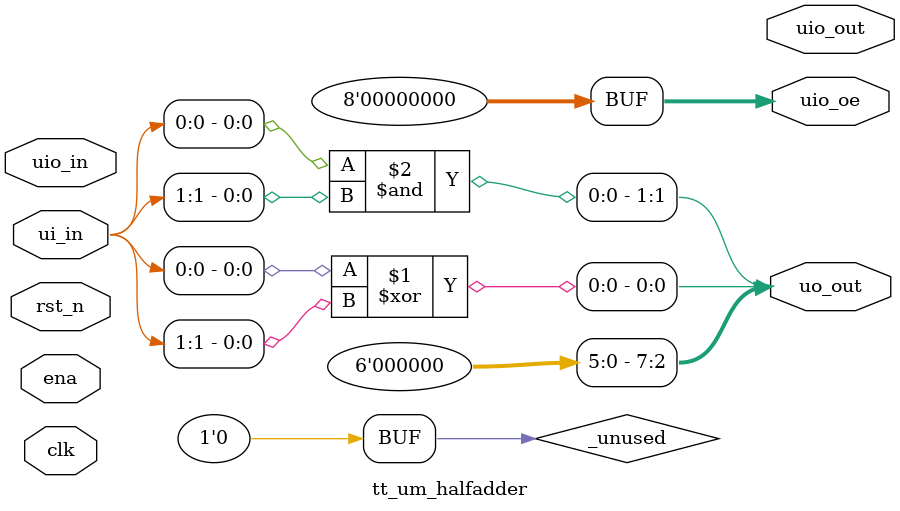
<source format=v>
/*
 * Copyright (c) 2024 Your Name
 * SPDX-License-Identifier: Apache-2.0
 */

`default_nettype none

module tt_um_halfadder (
    input  wire [7:0] ui_in,    // Dedicated inputs
    output wire [7:0] uo_out,   // Dedicated outputs
    input  wire [7:0] uio_in,   // IOs: Input path
   output wire [7:0] uio_out,  // IOs: Output path
    output wire [7:0] uio_oe,   // IOs: Enable path (active high: 0=input, 1=output)
    input  wire       ena,      // always 1 when the design is powered, so you can ignore it
   input  wire       clk,      // clock
    input  wire       rst_n     // reset_n - low to reset
);

  // All output pins must be assigned. If not used, assign to 0.
    assign uo_out[0]  = ui_in[0] ^ ui_in[1];  // carry
    assign uo_out[1] = ui_in[0] & ui_in[1];
  assign uio_oe  = 0;
    assign uo_out[7:2]=6'b0;
  // List all unused inputs to prevent warnings
wire _unused = &{ena, clk, rst_n, 1'b0};

endmodule

</source>
